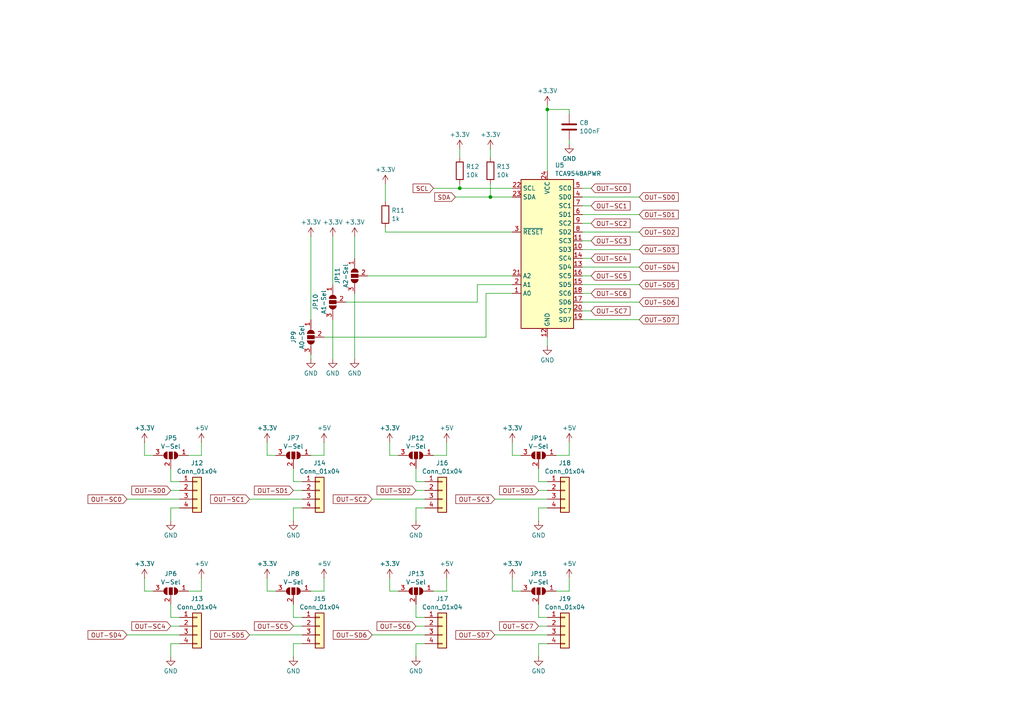
<source format=kicad_sch>
(kicad_sch (version 20231120) (generator "eeschema") (generator_version "8.0")
  (paper "A4")
  (lib_symbols
    (symbol "Connector_Generic:Conn_01x04" (pin_names (offset 1.016) hide)
      (property "Reference" "J" (at 0 5.08 0))
      (property "Value" "Conn_01x04" (at 0 -7.62 0))
      (symbol "Conn_01x04_1_1"
        (rectangle (start -1.27 -4.953) (end 0 -5.207) (stroke (width 0.1524)))
        (rectangle (start -1.27 -2.413) (end 0 -2.667) (stroke (width 0.1524)))
        (rectangle (start -1.27 0.127) (end 0 -0.127) (stroke (width 0.1524)))
        (rectangle (start -1.27 2.667) (end 0 2.413) (stroke (width 0.1524)))
        (rectangle (start -1.27 3.81) (end 1.27 -6.35) (stroke (width 0.254)) (fill (type background)))
        (pin passive line (at -5.08 2.54 0) (length 3.81) (name "Pin_1") (number "1"))
        (pin passive line (at -5.08 0 0) (length 3.81) (name "Pin_2") (number "2"))
        (pin passive line (at -5.08 -2.54 0) (length 3.81) (name "Pin_3") (number "3"))
        (pin passive line (at -5.08 -5.08 0) (length 3.81) (name "Pin_4") (number "4"))
      )
    )
    (symbol "Device:C" (pin_numbers hide) (pin_names (offset 0.254))
      (property "Reference" "C" (at 0.635 2.54 0))
      (property "Value" "C" (at 0.635 -2.54 0))
      (symbol "C_0_1"
        (polyline (pts (xy -2.032 -0.762) (xy 2.032 -0.762)) (stroke (width 0.508)))
        (polyline (pts (xy -2.032 0.762) (xy 2.032 0.762)) (stroke (width 0.508)))
      )
      (symbol "C_1_1"
        (pin passive line (at 0 3.81 270) (length 2.794) (name "~") (number "1"))
        (pin passive line (at 0 -3.81 90) (length 2.794) (name "~") (number "2"))
      )
    )
    (symbol "Device:R" (pin_numbers hide) (pin_names (offset 0))
      (property "Reference" "R" (at 2.032 0 90))
      (property "Value" "R" (at 0 0 90))
      (symbol "R_0_1"
        (rectangle (start -1.016 -2.54) (end 1.016 2.54) (stroke (width 0.254)))
      )
      (symbol "R_1_1"
        (pin passive line (at 0 3.81 270) (length 1.27) (name "~") (number "1"))
        (pin passive line (at 0 -3.81 90) (length 1.27) (name "~") (number "2"))
      )
    )
    (symbol "Interface_Expansion:TCA9548APWR"
      (property "Reference" "U" (at -7.62 21.59 0))
      (property "Value" "TCA9548APWR" (at 1.016 21.59 0))
      (symbol "TCA9548APWR_0_1"
        (rectangle (start -7.62 20.32) (end 7.62 -22.86) (stroke (width 0.254)) (fill (type background)))
      )
      (symbol "TCA9548APWR_1_1"
        (pin input line (at -10.16 -12.7 0) (length 2.54) (name "A0") (number "1"))
        (pin bidirectional line (at 10.16 0 180) (length 2.54) (name "SD3") (number "10"))
        (pin output line (at 10.16 2.54 180) (length 2.54) (name "SC3") (number "11"))
        (pin power_in line (at 0 -25.4 90) (length 2.54) (name "GND") (number "12"))
        (pin bidirectional line (at 10.16 -5.08 180) (length 2.54) (name "SD4") (number "13"))
        (pin output line (at 10.16 -2.54 180) (length 2.54) (name "SC4") (number "14"))
        (pin bidirectional line (at 10.16 -10.16 180) (length 2.54) (name "SD5") (number "15"))
        (pin output line (at 10.16 -7.62 180) (length 2.54) (name "SC5") (number "16"))
        (pin bidirectional line (at 10.16 -15.24 180) (length 2.54) (name "SD6") (number "17"))
        (pin output line (at 10.16 -12.7 180) (length 2.54) (name "SC6") (number "18"))
        (pin bidirectional line (at 10.16 -20.32 180) (length 2.54) (name "SD7") (number "19"))
        (pin input line (at -10.16 -10.16 0) (length 2.54) (name "A1") (number "2"))
        (pin output line (at 10.16 -17.78 180) (length 2.54) (name "SC7") (number "20"))
        (pin input line (at -10.16 -7.62 0) (length 2.54) (name "A2") (number "21"))
        (pin input line (at -10.16 17.78 0) (length 2.54) (name "SCL") (number "22"))
        (pin bidirectional line (at -10.16 15.24 0) (length 2.54) (name "SDA") (number "23"))
        (pin power_in line (at 0 22.86 270) (length 2.54) (name "VCC") (number "24"))
        (pin input line (at -10.16 5.08 0) (length 2.54) (name "~{RESET}") (number "3"))
        (pin bidirectional line (at 10.16 15.24 180) (length 2.54) (name "SD0") (number "4"))
        (pin output line (at 10.16 17.78 180) (length 2.54) (name "SC0") (number "5"))
        (pin bidirectional line (at 10.16 10.16 180) (length 2.54) (name "SD1") (number "6"))
        (pin output line (at 10.16 12.7 180) (length 2.54) (name "SC1") (number "7"))
        (pin bidirectional line (at 10.16 5.08 180) (length 2.54) (name "SD2") (number "8"))
        (pin output line (at 10.16 7.62 180) (length 2.54) (name "SC2") (number "9"))
      )
    )
    (symbol "Jumper:SolderJumper_3_Open" (pin_names (offset 0) hide) (exclude_from_sim yes) (in_bom no)
      (property "Reference" "JP" (at -2.54 -2.54 0))
      (property "Value" "SolderJumper_3_Open" (at 0 2.794 0))
      (symbol "SolderJumper_3_Open_0_1"
        (arc (start -1.016 1.016) (mid -2.0276 0) (end -1.016 -1.016))
        (arc (start -1.016 1.016) (mid -2.0276 0) (end -1.016 -1.016) (fill (type outline)))
        (rectangle (start -0.508 1.016) (end 0.508 -1.016) (fill (type outline)))
        (polyline (pts (xy -2.54 0) (xy -2.032 0)))
        (polyline (pts (xy -1.016 1.016) (xy -1.016 -1.016)))
        (polyline (pts (xy 0 -1.27) (xy 0 -1.016)))
        (polyline (pts (xy 1.016 1.016) (xy 1.016 -1.016)))
        (polyline (pts (xy 2.54 0) (xy 2.032 0)))
        (arc (start 1.016 -1.016) (mid 2.0276 0) (end 1.016 1.016))
        (arc (start 1.016 -1.016) (mid 2.0276 0) (end 1.016 1.016) (fill (type outline)))
      )
      (symbol "SolderJumper_3_Open_1_1"
        (pin passive line (at -5.08 0 0) (length 2.54) (name "A") (number "1"))
        (pin passive line (at 0 -3.81 90) (length 2.54) (name "C") (number "2"))
        (pin passive line (at 5.08 0 180) (length 2.54) (name "B") (number "3"))
      )
    )
    (symbol "power:+3.3V" (power) (pin_numbers hide) (pin_names (offset 0) hide)
      (property "Value" "+3.3V" (at 0 3.556 0))
      (symbol "+3.3V_0_1"
        (polyline (pts (xy -0.762 1.27) (xy 0 2.54)))
        (polyline (pts (xy 0 0) (xy 0 2.54)))
        (polyline (pts (xy 0 2.54) (xy 0.762 1.27)))
      )
      (symbol "+3.3V_1_1"
        (pin power_in line (at 0 0 90) (length 0) (name "~") (number "1"))
      )
    )
    (symbol "power:+5V" (power) (pin_numbers hide) (pin_names (offset 0) hide)
      (property "Value" "+5V" (at 0 3.556 0))
      (symbol "+5V_0_1"
        (polyline (pts (xy -0.762 1.27) (xy 0 2.54)))
        (polyline (pts (xy 0 0) (xy 0 2.54)))
        (polyline (pts (xy 0 2.54) (xy 0.762 1.27)))
      )
      (symbol "+5V_1_1"
        (pin power_in line (at 0 0 90) (length 0) (name "~") (number "1"))
      )
    )
    (symbol "power:GND" (power) (pin_numbers hide) (pin_names (offset 0) hide)
      (property "Value" "GND" (at 0 -3.81 0))
      (symbol "GND_0_1"
        (polyline (pts (xy 0 0) (xy 0 -1.27) (xy 1.27 -1.27) (xy 0 -2.54) (xy -1.27 -1.27) (xy 0 -1.27)))
      )
      (symbol "GND_1_1"
        (pin power_in line (at 0 0 270) (length 0) (name "~") (number "1"))
      )
    )
  )
  (junction (at 158.75 31.75))
  (junction (at 133.35 54.61))
  (junction (at 142.24 57.15))
  (wire (pts (xy 158.75 97.79) (xy 158.75 100.33)))
  (wire (pts (xy 133.35 43.18) (xy 133.35 45.72)))
  (wire (pts (xy 129.54 132.08) (xy 129.54 128.27)))
  (wire (pts (xy 125.73 54.61) (xy 133.35 54.61)))
  (wire (pts (xy 58.42 132.08) (xy 58.42 128.27)))
  (wire (pts (xy 140.97 97.79) (xy 93.98 97.79)))
  (wire (pts (xy 165.1 171.45) (xy 165.1 167.64)))
  (wire (pts (xy 120.65 142.24) (xy 123.19 142.24)))
  (wire (pts (xy 132.08 57.15) (xy 142.24 57.15)))
  (wire (pts (xy 85.09 179.07) (xy 87.63 179.07)))
  (wire (pts (xy 90.17 171.45) (xy 93.98 171.45)))
  (wire (pts (xy 120.65 139.7) (xy 123.19 139.7)))
  (wire (pts (xy 168.91 64.77) (xy 171.45 64.77)))
  (wire (pts (xy 158.75 31.75) (xy 158.75 49.53)))
  (wire (pts (xy 85.09 147.32) (xy 85.09 151.13)))
  (wire (pts (xy 168.91 69.85) (xy 171.45 69.85)))
  (wire (pts (xy 85.09 181.61) (xy 87.63 181.61)))
  (wire (pts (xy 168.91 62.23) (xy 185.42 62.23)))
  (wire (pts (xy 41.91 167.64) (xy 41.91 171.45)))
  (wire (pts (xy 107.95 144.78) (xy 123.19 144.78)))
  (wire (pts (xy 93.98 132.08) (xy 93.98 128.27)))
  (wire (pts (xy 156.21 175.26) (xy 156.21 179.07)))
  (wire (pts (xy 49.53 135.89) (xy 49.53 139.7)))
  (wire (pts (xy 168.91 80.01) (xy 171.45 80.01)))
  (wire (pts (xy 85.09 135.89) (xy 85.09 139.7)))
  (wire (pts (xy 165.1 40.64) (xy 165.1 41.91)))
  (wire (pts (xy 102.87 85.09) (xy 102.87 104.14)))
  (wire (pts (xy 87.63 186.69) (xy 85.09 186.69)))
  (wire (pts (xy 129.54 171.45) (xy 129.54 167.64)))
  (wire (pts (xy 41.91 171.45) (xy 44.45 171.45)))
  (wire (pts (xy 96.52 92.71) (xy 96.52 104.14)))
  (wire (pts (xy 142.24 43.18) (xy 142.24 45.72)))
  (wire (pts (xy 168.91 74.93) (xy 171.45 74.93)))
  (wire (pts (xy 168.91 72.39) (xy 185.42 72.39)))
  (wire (pts (xy 125.73 171.45) (xy 129.54 171.45)))
  (wire (pts (xy 36.83 184.15) (xy 52.07 184.15)))
  (wire (pts (xy 158.75 30.48) (xy 158.75 31.75)))
  (wire (pts (xy 156.21 179.07) (xy 158.75 179.07)))
  (wire (pts (xy 77.47 167.64) (xy 77.47 171.45)))
  (wire (pts (xy 148.59 82.55) (xy 138.43 82.55)))
  (wire (pts (xy 133.35 54.61) (xy 148.59 54.61)))
  (wire (pts (xy 41.91 132.08) (xy 44.45 132.08)))
  (wire (pts (xy 58.42 171.45) (xy 58.42 167.64)))
  (wire (pts (xy 52.07 186.69) (xy 49.53 186.69)))
  (wire (pts (xy 133.35 54.61) (xy 133.35 53.34)))
  (wire (pts (xy 148.59 167.64) (xy 148.59 171.45)))
  (wire (pts (xy 49.53 175.26) (xy 49.53 179.07)))
  (wire (pts (xy 156.21 147.32) (xy 156.21 151.13)))
  (wire (pts (xy 125.73 132.08) (xy 129.54 132.08)))
  (wire (pts (xy 156.21 135.89) (xy 156.21 139.7)))
  (wire (pts (xy 54.61 132.08) (xy 58.42 132.08)))
  (wire (pts (xy 90.17 68.58) (xy 90.17 92.71)))
  (wire (pts (xy 168.91 85.09) (xy 171.45 85.09)))
  (wire (pts (xy 41.91 128.27) (xy 41.91 132.08)))
  (wire (pts (xy 120.65 181.61) (xy 123.19 181.61)))
  (wire (pts (xy 161.29 132.08) (xy 165.1 132.08)))
  (wire (pts (xy 72.39 184.15) (xy 87.63 184.15)))
  (wire (pts (xy 158.75 147.32) (xy 156.21 147.32)))
  (wire (pts (xy 77.47 171.45) (xy 80.01 171.45)))
  (wire (pts (xy 96.52 68.58) (xy 96.52 82.55)))
  (wire (pts (xy 168.91 59.69) (xy 171.45 59.69)))
  (wire (pts (xy 85.09 139.7) (xy 87.63 139.7)))
  (wire (pts (xy 138.43 82.55) (xy 138.43 87.63)))
  (wire (pts (xy 49.53 186.69) (xy 49.53 190.5)))
  (wire (pts (xy 123.19 147.32) (xy 120.65 147.32)))
  (wire (pts (xy 143.51 184.15) (xy 158.75 184.15)))
  (wire (pts (xy 111.76 67.31) (xy 111.76 66.04)))
  (wire (pts (xy 113.03 171.45) (xy 115.57 171.45)))
  (wire (pts (xy 120.65 186.69) (xy 120.65 190.5)))
  (wire (pts (xy 102.87 68.58) (xy 102.87 74.93)))
  (wire (pts (xy 113.03 167.64) (xy 113.03 171.45)))
  (wire (pts (xy 123.19 186.69) (xy 120.65 186.69)))
  (wire (pts (xy 158.75 31.75) (xy 165.1 31.75)))
  (wire (pts (xy 142.24 57.15) (xy 142.24 53.34)))
  (wire (pts (xy 168.91 67.31) (xy 185.42 67.31)))
  (wire (pts (xy 143.51 144.78) (xy 158.75 144.78)))
  (wire (pts (xy 107.95 184.15) (xy 123.19 184.15)))
  (wire (pts (xy 120.65 147.32) (xy 120.65 151.13)))
  (wire (pts (xy 168.91 54.61) (xy 171.45 54.61)))
  (wire (pts (xy 120.65 175.26) (xy 120.65 179.07)))
  (wire (pts (xy 52.07 147.32) (xy 49.53 147.32)))
  (wire (pts (xy 77.47 128.27) (xy 77.47 132.08)))
  (wire (pts (xy 168.91 77.47) (xy 185.42 77.47)))
  (wire (pts (xy 85.09 175.26) (xy 85.09 179.07)))
  (wire (pts (xy 120.65 179.07) (xy 123.19 179.07)))
  (wire (pts (xy 148.59 132.08) (xy 151.13 132.08)))
  (wire (pts (xy 49.53 179.07) (xy 52.07 179.07)))
  (wire (pts (xy 111.76 53.34) (xy 111.76 58.42)))
  (wire (pts (xy 49.53 142.24) (xy 52.07 142.24)))
  (wire (pts (xy 156.21 139.7) (xy 158.75 139.7)))
  (wire (pts (xy 165.1 132.08) (xy 165.1 128.27)))
  (wire (pts (xy 148.59 128.27) (xy 148.59 132.08)))
  (wire (pts (xy 113.03 132.08) (xy 115.57 132.08)))
  (wire (pts (xy 148.59 171.45) (xy 151.13 171.45)))
  (wire (pts (xy 168.91 90.17) (xy 171.45 90.17)))
  (wire (pts (xy 156.21 142.24) (xy 158.75 142.24)))
  (wire (pts (xy 49.53 139.7) (xy 52.07 139.7)))
  (wire (pts (xy 165.1 33.02) (xy 165.1 31.75)))
  (wire (pts (xy 106.68 80.01) (xy 148.59 80.01)))
  (wire (pts (xy 85.09 142.24) (xy 87.63 142.24)))
  (wire (pts (xy 49.53 147.32) (xy 49.53 151.13)))
  (wire (pts (xy 140.97 85.09) (xy 140.97 97.79)))
  (wire (pts (xy 158.75 186.69) (xy 156.21 186.69)))
  (wire (pts (xy 100.33 87.63) (xy 138.43 87.63)))
  (wire (pts (xy 168.91 57.15) (xy 185.42 57.15)))
  (wire (pts (xy 168.91 92.71) (xy 185.42 92.71)))
  (wire (pts (xy 93.98 171.45) (xy 93.98 167.64)))
  (wire (pts (xy 120.65 135.89) (xy 120.65 139.7)))
  (wire (pts (xy 72.39 144.78) (xy 87.63 144.78)))
  (wire (pts (xy 148.59 67.31) (xy 111.76 67.31)))
  (wire (pts (xy 85.09 186.69) (xy 85.09 190.5)))
  (wire (pts (xy 156.21 181.61) (xy 158.75 181.61)))
  (wire (pts (xy 90.17 102.87) (xy 90.17 104.14)))
  (wire (pts (xy 36.83 144.78) (xy 52.07 144.78)))
  (wire (pts (xy 142.24 57.15) (xy 148.59 57.15)))
  (wire (pts (xy 168.91 87.63) (xy 185.42 87.63)))
  (wire (pts (xy 54.61 171.45) (xy 58.42 171.45)))
  (wire (pts (xy 77.47 132.08) (xy 80.01 132.08)))
  (wire (pts (xy 161.29 171.45) (xy 165.1 171.45)))
  (wire (pts (xy 156.21 186.69) (xy 156.21 190.5)))
  (wire (pts (xy 148.59 85.09) (xy 140.97 85.09)))
  (wire (pts (xy 168.91 82.55) (xy 185.42 82.55)))
  (wire (pts (xy 90.17 132.08) (xy 93.98 132.08)))
  (wire (pts (xy 87.63 147.32) (xy 85.09 147.32)))
  (wire (pts (xy 49.53 181.61) (xy 52.07 181.61)))
  (wire (pts (xy 113.03 128.27) (xy 113.03 132.08)))
  (global_label "SDA" (shape input) (at 132.08 57.15 180) (property "Intersheetrefs" "${INTERSHEET_REFS}" (effects (hide yes))))
  (global_label "OUT-SD0" (shape input) (at 185.42 57.15 0) (property "Intersheetrefs" "${INTERSHEET_REFS}" (effects (hide yes))))
  (global_label "OUT-SC3" (shape input) (at 171.45 69.85 0) (property "Intersheetrefs" "${INTERSHEET_REFS}" (effects (hide yes))))
  (global_label "OUT-SD7" (shape input) (at 143.51 184.15 180) (property "Intersheetrefs" "${INTERSHEET_REFS}" (effects (hide yes))))
  (global_label "OUT-SC5" (shape input) (at 85.09 181.61 180) (property "Intersheetrefs" "${INTERSHEET_REFS}" (effects (hide yes))))
  (global_label "OUT-SC3" (shape input) (at 143.51 144.78 180) (property "Intersheetrefs" "${INTERSHEET_REFS}" (effects (hide yes))))
  (global_label "OUT-SD6" (shape input) (at 185.42 87.63 0) (property "Intersheetrefs" "${INTERSHEET_REFS}" (effects (hide yes))))
  (global_label "OUT-SC7" (shape input) (at 171.45 90.17 0) (property "Intersheetrefs" "${INTERSHEET_REFS}" (effects (hide yes))))
  (global_label "OUT-SC2" (shape input) (at 107.95 144.78 180) (property "Intersheetrefs" "${INTERSHEET_REFS}" (effects (hide yes))))
  (global_label "OUT-SC4" (shape input) (at 49.53 181.61 180) (property "Intersheetrefs" "${INTERSHEET_REFS}" (effects (hide yes))))
  (global_label "OUT-SD5" (shape input) (at 185.42 82.55 0) (property "Intersheetrefs" "${INTERSHEET_REFS}" (effects (hide yes))))
  (global_label "OUT-SC0" (shape input) (at 171.45 54.61 0) (property "Intersheetrefs" "${INTERSHEET_REFS}" (effects (hide yes))))
  (global_label "OUT-SD1" (shape input) (at 85.09 142.24 180) (property "Intersheetrefs" "${INTERSHEET_REFS}" (effects (hide yes))))
  (global_label "OUT-SC4" (shape input) (at 171.45 74.93 0) (property "Intersheetrefs" "${INTERSHEET_REFS}" (effects (hide yes))))
  (global_label "OUT-SC7" (shape input) (at 156.21 181.61 180) (property "Intersheetrefs" "${INTERSHEET_REFS}" (effects (hide yes))))
  (global_label "OUT-SD2" (shape input) (at 185.42 67.31 0) (property "Intersheetrefs" "${INTERSHEET_REFS}" (effects (hide yes))))
  (global_label "OUT-SC5" (shape input) (at 171.45 80.01 0) (property "Intersheetrefs" "${INTERSHEET_REFS}" (effects (hide yes))))
  (global_label "OUT-SD2" (shape input) (at 120.65 142.24 180) (property "Intersheetrefs" "${INTERSHEET_REFS}" (effects (hide yes))))
  (global_label "OUT-SC2" (shape input) (at 171.45 64.77 0) (property "Intersheetrefs" "${INTERSHEET_REFS}" (effects (hide yes))))
  (global_label "OUT-SD4" (shape input) (at 36.83 184.15 180) (property "Intersheetrefs" "${INTERSHEET_REFS}" (effects (hide yes))))
  (global_label "OUT-SD6" (shape input) (at 107.95 184.15 180) (property "Intersheetrefs" "${INTERSHEET_REFS}" (effects (hide yes))))
  (global_label "OUT-SD3" (shape input) (at 156.21 142.24 180) (property "Intersheetrefs" "${INTERSHEET_REFS}" (effects (hide yes))))
  (global_label "OUT-SC6" (shape input) (at 120.65 181.61 180) (property "Intersheetrefs" "${INTERSHEET_REFS}" (effects (hide yes))))
  (global_label "OUT-SC6" (shape input) (at 171.45 85.09 0) (property "Intersheetrefs" "${INTERSHEET_REFS}" (effects (hide yes))))
  (global_label "OUT-SD4" (shape input) (at 185.42 77.47 0) (property "Intersheetrefs" "${INTERSHEET_REFS}" (effects (hide yes))))
  (global_label "SCL" (shape input) (at 125.73 54.61 180) (property "Intersheetrefs" "${INTERSHEET_REFS}" (effects (hide yes))))
  (global_label "OUT-SD1" (shape input) (at 185.42 62.23 0) (property "Intersheetrefs" "${INTERSHEET_REFS}" (effects (hide yes))))
  (global_label "OUT-SD3" (shape input) (at 185.42 72.39 0) (property "Intersheetrefs" "${INTERSHEET_REFS}" (effects (hide yes))))
  (global_label "OUT-SD5" (shape input) (at 72.39 184.15 180) (property "Intersheetrefs" "${INTERSHEET_REFS}" (effects (hide yes))))
  (global_label "OUT-SC1" (shape input) (at 171.45 59.69 0) (property "Intersheetrefs" "${INTERSHEET_REFS}" (effects (hide yes))))
  (global_label "OUT-SD0" (shape input) (at 49.53 142.24 180) (property "Intersheetrefs" "${INTERSHEET_REFS}" (effects (hide yes))))
  (global_label "OUT-SC1" (shape input) (at 72.39 144.78 180) (property "Intersheetrefs" "${INTERSHEET_REFS}" (effects (hide yes))))
  (global_label "OUT-SC0" (shape input) (at 36.83 144.78 180) (property "Intersheetrefs" "${INTERSHEET_REFS}" (effects (hide yes))))
  (global_label "OUT-SD7" (shape input) (at 185.42 92.71 0) (property "Intersheetrefs" "${INTERSHEET_REFS}" (effects (hide yes))))
  (symbol (lib_id "power:GND") (at 158.75 100.33 0) (unit 1)
    (property "Reference" "#PWR076" (effects (hide yes)))
    (property "Value" "GND" (at 158.75 104.4631 0))
    (property "Description" "Power symbol creates a global label with name \"GND\" , ground" (effects (hide yes)))
  )
  (symbol (lib_id "Device:C") (at 165.1 36.83 0) (unit 1)
    (property "Reference" "C8" (at 168.021 35.6178 0) (effects (justify left)))
    (property "Value" "100nF" (at 168.021 38.0421 0) (effects (justify left)))
    (property "Footprint" "Capacitor_SMD:C_0603_1608Metric_Pad1.08x0.95mm_HandSolder" (effects (hide yes)))
    (property "Description" "Unpolarized capacitor" (effects (hide yes)))
  )
  (symbol (lib_id "Connector_Generic:Conn_01x04") (at 163.83 181.61 0) (unit 1)
    (property "Reference" "J19" (at 163.83 173.6555 0))
    (property "Value" "Conn_01x04" (at 163.83 176.0798 0))
    (property "Footprint" "Connector_PinHeader_2.54mm:PinHeader_1x04_P2.54mm_Vertical" (effects (hide yes)))
    (property "Description" "Generic connector, single row, 01x04, script generated (kicad-library-utils/schlib/autogen/connector/)" (effects (hide yes)))
  )
  (symbol (lib_id "Interface_Expansion:TCA9548APWR") (at 158.75 72.39 0) (unit 1)
    (property "Reference" "U5" (at 160.9441 47.9255 0) (effects (justify left)))
    (property "Value" "TCA9548APWR" (at 160.9441 50.3498 0) (effects (justify left)))
    (property "Footprint" "Package_SO:TSSOP-24_4.4x7.8mm_P0.65mm" (effects (hide yes)))
    (property "Datasheet" "http://www.ti.com/lit/ds/symlink/tca9548a.pdf" (effects (hide yes)))
    (property "Description" "Low voltage 8-channel I2C switch with reset, TSSOP-24" (effects (hide yes)))
  )
  (symbol (lib_id "Device:R") (at 142.24 49.53 0) (unit 1)
    (property "Reference" "R13" (at 144.018 48.3178 0) (effects (justify left)))
    (property "Value" "10k" (at 144.018 50.7421 0) (effects (justify left)))
    (property "Footprint" "Resistor_SMD:R_0603_1608Metric_Pad0.98x0.95mm_HandSolder" (effects (hide yes)))
    (property "Description" "Resistor" (effects (hide yes)))
  )
  (symbol (lib_id "Jumper:SolderJumper_3_Open") (at 102.87 80.01 90) (mirror x) (unit 1) (exclude_from_sim yes) (in_bom no)
    (property "Reference" "JP11" (at 97.8365 80.01 0))
    (property "Value" "A2-Sel" (at 100.2608 80.01 0))
    (property "Footprint" "Jumper:SolderJumper-3_P1.3mm_Open_RoundedPad1.0x1.5mm_NumberLabels" (effects (hide yes)))
    (property "Description" "Solder Jumper, 3-pole, open" (effects (hide yes)))
  )
  (symbol (lib_id "Device:R") (at 133.35 49.53 0) (unit 1)
    (property "Reference" "R12" (at 135.128 48.3178 0) (effects (justify left)))
    (property "Value" "10k" (at 135.128 50.7421 0) (effects (justify left)))
    (property "Footprint" "Resistor_SMD:R_0603_1608Metric_Pad0.98x0.95mm_HandSolder" (effects (hide yes)))
    (property "Description" "Resistor" (effects (hide yes)))
  )
  (symbol (lib_id "Jumper:SolderJumper_3_Open") (at 49.53 171.45 0) (mirror y) (unit 1) (exclude_from_sim yes) (in_bom no)
    (property "Reference" "JP6" (at 49.53 166.4165 0))
    (property "Value" "V-Sel" (at 49.53 168.8408 0))
    (property "Footprint" "Jumper:SolderJumper-3_P1.3mm_Open_RoundedPad1.0x1.5mm_NumberLabels" (effects (hide yes)))
    (property "Description" "Solder Jumper, 3-pole, open" (effects (hide yes)))
  )
  (symbol (lib_id "power:+5V") (at 129.54 167.64 0) (unit 1)
    (property "Reference" "#PWR070" (effects (hide yes)))
    (property "Value" "+5V" (at 129.54 163.5069 0))
    (property "Description" "Power symbol creates a global label with name \"+5V\"" (effects (hide yes)))
  )
  (symbol (lib_id "Jumper:SolderJumper_3_Open") (at 96.52 87.63 90) (mirror x) (unit 1) (exclude_from_sim yes) (in_bom no)
    (property "Reference" "JP10" (at 91.4865 87.63 0))
    (property "Value" "A1-Sel" (at 93.9108 87.63 0))
    (property "Footprint" "Jumper:SolderJumper-3_P1.3mm_Open_RoundedPad1.0x1.5mm_NumberLabels" (effects (hide yes)))
    (property "Description" "Solder Jumper, 3-pole, open" (effects (hide yes)))
  )
  (symbol (lib_id "power:GND") (at 165.1 41.91 0) (unit 1)
    (property "Reference" "#PWR077" (effects (hide yes)))
    (property "Value" "GND" (at 165.1 46.0431 0))
    (property "Description" "Power symbol creates a global label with name \"GND\" , ground" (effects (hide yes)))
  )
  (symbol (lib_id "power:+3.3V") (at 77.47 128.27 0) (unit 1)
    (property "Reference" "#PWR052" (effects (hide yes)))
    (property "Value" "+3.3V" (at 77.47 124.1369 0))
    (property "Description" "Power symbol creates a global label with name \"+3.3V\"" (effects (hide yes)))
  )
  (symbol (lib_id "power:GND") (at 96.52 104.14 0) (unit 1)
    (property "Reference" "#PWR063" (effects (hide yes)))
    (property "Value" "GND" (at 96.52 108.2731 0))
    (property "Description" "Power symbol creates a global label with name \"GND\" , ground" (effects (hide yes)))
  )
  (symbol (lib_id "power:+5V") (at 58.42 128.27 0) (unit 1)
    (property "Reference" "#PWR050" (effects (hide yes)))
    (property "Value" "+5V" (at 58.42 124.1369 0))
    (property "Description" "Power symbol creates a global label with name \"+5V\"" (effects (hide yes)))
  )
  (symbol (lib_id "power:+3.3V") (at 148.59 128.27 0) (unit 1)
    (property "Reference" "#PWR071" (effects (hide yes)))
    (property "Value" "+3.3V" (at 148.59 124.1369 0))
    (property "Description" "Power symbol creates a global label with name \"+3.3V\"" (effects (hide yes)))
  )
  (symbol (lib_id "power:GND") (at 120.65 190.5 0) (unit 1)
    (property "Reference" "#PWR067" (effects (hide yes)))
    (property "Value" "GND" (at 120.65 194.6331 0))
    (property "Description" "Power symbol creates a global label with name \"GND\" , ground" (effects (hide yes)))
  )
  (symbol (lib_id "power:+5V") (at 165.1 167.64 0) (unit 1)
    (property "Reference" "#PWR079" (effects (hide yes)))
    (property "Value" "+5V" (at 165.1 163.5069 0))
    (property "Description" "Power symbol creates a global label with name \"+5V\"" (effects (hide yes)))
  )
  (symbol (lib_id "power:GND") (at 156.21 190.5 0) (unit 1)
    (property "Reference" "#PWR074" (effects (hide yes)))
    (property "Value" "GND" (at 156.21 194.6331 0))
    (property "Description" "Power symbol creates a global label with name \"GND\" , ground" (effects (hide yes)))
  )
  (symbol (lib_id "Connector_Generic:Conn_01x04") (at 57.15 142.24 0) (unit 1)
    (property "Reference" "J12" (at 57.15 134.2855 0))
    (property "Value" "Conn_01x04" (at 57.15 136.7098 0))
    (property "Footprint" "spta:SPTA-1-4-3,5" (effects (hide yes)))
    (property "Description" "Generic connector, single row, 01x04, script generated (kicad-library-utils/schlib/autogen/connector/)" (effects (hide yes)))
  )
  (symbol (lib_id "power:+3.3V") (at 158.75 30.48 0) (unit 1)
    (property "Reference" "#PWR075" (effects (hide yes)))
    (property "Value" "+3.3V" (at 158.75 26.3469 0))
    (property "Description" "Power symbol creates a global label with name \"+3.3V\"" (effects (hide yes)))
  )
  (symbol (lib_id "power:+5V") (at 165.1 128.27 0) (unit 1)
    (property "Reference" "#PWR078" (effects (hide yes)))
    (property "Value" "+5V" (at 165.1 124.1369 0))
    (property "Description" "Power symbol creates a global label with name \"+5V\"" (effects (hide yes)))
  )
  (symbol (lib_id "power:+3.3V") (at 148.59 167.64 0) (unit 1)
    (property "Reference" "#PWR072" (effects (hide yes)))
    (property "Value" "+3.3V" (at 148.59 163.5069 0))
    (property "Description" "Power symbol creates a global label with name \"+3.3V\"" (effects (hide yes)))
  )
  (symbol (lib_id "power:GND") (at 120.65 151.13 0) (unit 1)
    (property "Reference" "#PWR066" (effects (hide yes)))
    (property "Value" "GND" (at 120.65 155.2631 0))
    (property "Description" "Power symbol creates a global label with name \"GND\" , ground" (effects (hide yes)))
  )
  (symbol (lib_id "power:GND") (at 49.53 190.5 0) (unit 1)
    (property "Reference" "#PWR049" (effects (hide yes)))
    (property "Value" "GND" (at 49.53 194.6331 0))
    (property "Description" "Power symbol creates a global label with name \"GND\" , ground" (effects (hide yes)))
  )
  (symbol (lib_id "Device:R") (at 111.76 62.23 0) (unit 1)
    (property "Reference" "R11" (at 113.538 61.0178 0) (effects (justify left)))
    (property "Value" "1k" (at 113.538 63.4421 0) (effects (justify left)))
    (property "Footprint" "Resistor_SMD:R_0603_1608Metric_Pad0.98x0.95mm_HandSolder" (effects (hide yes)))
    (property "Description" "Resistor" (effects (hide yes)))
  )
  (symbol (lib_id "power:+3.3V") (at 41.91 167.64 0) (unit 1)
    (property "Reference" "#PWR047" (effects (hide yes)))
    (property "Value" "+3.3V" (at 41.91 163.5069 0))
    (property "Description" "Power symbol creates a global label with name \"+3.3V\"" (effects (hide yes)))
  )
  (symbol (lib_id "power:+3.3V") (at 113.03 167.64 0) (unit 1)
    (property "Reference" "#PWR061" (effects (hide yes)))
    (property "Value" "+3.3V" (at 113.03 163.5069 0))
    (property "Description" "Power symbol creates a global label with name \"+3.3V\"" (effects (hide yes)))
  )
  (symbol (lib_id "Jumper:SolderJumper_3_Open") (at 90.17 97.79 90) (mirror x) (unit 1) (exclude_from_sim yes) (in_bom no)
    (property "Reference" "JP9" (at 85.1365 97.79 0))
    (property "Value" "A0-Sel" (at 87.5608 97.79 0))
    (property "Footprint" "Jumper:SolderJumper-3_P1.3mm_Open_RoundedPad1.0x1.5mm_NumberLabels" (effects (hide yes)))
    (property "Description" "Solder Jumper, 3-pole, open" (effects (hide yes)))
  )
  (symbol (lib_id "power:GND") (at 85.09 190.5 0) (unit 1)
    (property "Reference" "#PWR055" (effects (hide yes)))
    (property "Value" "GND" (at 85.09 194.6331 0))
    (property "Description" "Power symbol creates a global label with name \"GND\" , ground" (effects (hide yes)))
  )
  (symbol (lib_id "power:+3.3V") (at 133.35 43.18 0) (unit 1)
    (property "Reference" "#PWR080" (effects (hide yes)))
    (property "Value" "+3.3V" (at 133.35 39.0469 0))
    (property "Description" "Power symbol creates a global label with name \"+3.3V\"" (effects (hide yes)))
  )
  (symbol (lib_id "Connector_Generic:Conn_01x04") (at 128.27 181.61 0) (unit 1)
    (property "Reference" "J17" (at 128.27 173.6555 0))
    (property "Value" "Conn_01x04" (at 128.27 176.0798 0))
    (property "Footprint" "Connector_PinHeader_2.54mm:PinHeader_1x04_P2.54mm_Vertical" (effects (hide yes)))
    (property "Description" "Generic connector, single row, 01x04, script generated (kicad-library-utils/schlib/autogen/connector/)" (effects (hide yes)))
  )
  (symbol (lib_id "power:+3.3V") (at 102.87 68.58 0) (unit 1)
    (property "Reference" "#PWR064" (effects (hide yes)))
    (property "Value" "+3.3V" (at 102.87 64.4469 0))
    (property "Description" "Power symbol creates a global label with name \"+3.3V\"" (effects (hide yes)))
  )
  (symbol (lib_id "power:+5V") (at 93.98 128.27 0) (unit 1)
    (property "Reference" "#PWR056" (effects (hide yes)))
    (property "Value" "+5V" (at 93.98 124.1369 0))
    (property "Description" "Power symbol creates a global label with name \"+5V\"" (effects (hide yes)))
  )
  (symbol (lib_id "Jumper:SolderJumper_3_Open") (at 85.09 171.45 0) (mirror y) (unit 1) (exclude_from_sim yes) (in_bom no)
    (property "Reference" "JP8" (at 85.09 166.4165 0))
    (property "Value" "V-Sel" (at 85.09 168.8408 0))
    (property "Footprint" "Jumper:SolderJumper-3_P1.3mm_Open_RoundedPad1.0x1.5mm_NumberLabels" (effects (hide yes)))
    (property "Description" "Solder Jumper, 3-pole, open" (effects (hide yes)))
  )
  (symbol (lib_id "Connector_Generic:Conn_01x04") (at 57.15 181.61 0) (unit 1)
    (property "Reference" "J13" (at 57.15 173.6555 0))
    (property "Value" "Conn_01x04" (at 57.15 176.0798 0))
    (property "Footprint" "Connector_PinHeader_2.54mm:PinHeader_1x04_P2.54mm_Vertical" (effects (hide yes)))
    (property "Description" "Generic connector, single row, 01x04, script generated (kicad-library-utils/schlib/autogen/connector/)" (effects (hide yes)))
  )
  (symbol (lib_id "power:GND") (at 49.53 151.13 0) (unit 1)
    (property "Reference" "#PWR048" (effects (hide yes)))
    (property "Value" "GND" (at 49.53 155.2631 0))
    (property "Description" "Power symbol creates a global label with name \"GND\" , ground" (effects (hide yes)))
  )
  (symbol (lib_id "Jumper:SolderJumper_3_Open") (at 120.65 171.45 0) (mirror y) (unit 1) (exclude_from_sim yes) (in_bom no)
    (property "Reference" "JP13" (at 120.65 166.4165 0))
    (property "Value" "V-Sel" (at 120.65 168.8408 0))
    (property "Footprint" "Jumper:SolderJumper-3_P1.3mm_Open_RoundedPad1.0x1.5mm_NumberLabels" (effects (hide yes)))
    (property "Description" "Solder Jumper, 3-pole, open" (effects (hide yes)))
  )
  (symbol (lib_id "power:+3.3V") (at 90.17 68.58 0) (unit 1)
    (property "Reference" "#PWR058" (effects (hide yes)))
    (property "Value" "+3.3V" (at 90.17 64.4469 0))
    (property "Description" "Power symbol creates a global label with name \"+3.3V\"" (effects (hide yes)))
  )
  (symbol (lib_id "power:+3.3V") (at 77.47 167.64 0) (unit 1)
    (property "Reference" "#PWR053" (effects (hide yes)))
    (property "Value" "+3.3V" (at 77.47 163.5069 0))
    (property "Description" "Power symbol creates a global label with name \"+3.3V\"" (effects (hide yes)))
  )
  (symbol (lib_id "power:+5V") (at 58.42 167.64 0) (unit 1)
    (property "Reference" "#PWR051" (effects (hide yes)))
    (property "Value" "+5V" (at 58.42 163.5069 0))
    (property "Description" "Power symbol creates a global label with name \"+5V\"" (effects (hide yes)))
  )
  (symbol (lib_id "Connector_Generic:Conn_01x04") (at 92.71 181.61 0) (unit 1)
    (property "Reference" "J15" (at 92.71 173.6555 0))
    (property "Value" "Conn_01x04" (at 92.71 176.0798 0))
    (property "Footprint" "Connector_PinHeader_2.54mm:PinHeader_1x04_P2.54mm_Vertical" (effects (hide yes)))
    (property "Description" "Generic connector, single row, 01x04, script generated (kicad-library-utils/schlib/autogen/connector/)" (effects (hide yes)))
  )
  (symbol (lib_id "power:GND") (at 156.21 151.13 0) (unit 1)
    (property "Reference" "#PWR073" (effects (hide yes)))
    (property "Value" "GND" (at 156.21 155.2631 0))
    (property "Description" "Power symbol creates a global label with name \"GND\" , ground" (effects (hide yes)))
  )
  (symbol (lib_id "power:GND") (at 85.09 151.13 0) (unit 1)
    (property "Reference" "#PWR054" (effects (hide yes)))
    (property "Value" "GND" (at 85.09 155.2631 0))
    (property "Description" "Power symbol creates a global label with name \"GND\" , ground" (effects (hide yes)))
  )
  (symbol (lib_id "power:+3.3V") (at 96.52 68.58 0) (unit 1)
    (property "Reference" "#PWR062" (effects (hide yes)))
    (property "Value" "+3.3V" (at 96.52 64.4469 0))
    (property "Description" "Power symbol creates a global label with name \"+3.3V\"" (effects (hide yes)))
  )
  (symbol (lib_id "power:+3.3V") (at 111.76 53.34 0) (unit 1)
    (property "Reference" "#PWR068" (effects (hide yes)))
    (property "Value" "+3.3V" (at 111.76 49.2069 0))
    (property "Description" "Power symbol creates a global label with name \"+3.3V\"" (effects (hide yes)))
  )
  (symbol (lib_id "power:+5V") (at 93.98 167.64 0) (unit 1)
    (property "Reference" "#PWR057" (effects (hide yes)))
    (property "Value" "+5V" (at 93.98 163.5069 0))
    (property "Description" "Power symbol creates a global label with name \"+5V\"" (effects (hide yes)))
  )
  (symbol (lib_id "Connector_Generic:Conn_01x04") (at 163.83 142.24 0) (unit 1)
    (property "Reference" "J18" (at 163.83 134.2855 0))
    (property "Value" "Conn_01x04" (at 163.83 136.7098 0))
    (property "Footprint" "spta:SPTA-1-4-3,5" (effects (hide yes)))
    (property "Description" "Generic connector, single row, 01x04, script generated (kicad-library-utils/schlib/autogen/connector/)" (effects (hide yes)))
  )
  (symbol (lib_id "power:GND") (at 102.87 104.14 0) (unit 1)
    (property "Reference" "#PWR065" (effects (hide yes)))
    (property "Value" "GND" (at 102.87 108.2731 0))
    (property "Description" "Power symbol creates a global label with name \"GND\" , ground" (effects (hide yes)))
  )
  (symbol (lib_id "power:GND") (at 90.17 104.14 0) (unit 1)
    (property "Reference" "#PWR059" (effects (hide yes)))
    (property "Value" "GND" (at 90.17 108.2731 0))
    (property "Description" "Power symbol creates a global label with name \"GND\" , ground" (effects (hide yes)))
  )
  (symbol (lib_id "Jumper:SolderJumper_3_Open") (at 120.65 132.08 0) (mirror y) (unit 1) (exclude_from_sim yes) (in_bom no)
    (property "Reference" "JP12" (at 120.65 127.0465 0))
    (property "Value" "V-Sel" (at 120.65 129.4708 0))
    (property "Footprint" "Jumper:SolderJumper-3_P1.3mm_Open_RoundedPad1.0x1.5mm_NumberLabels" (effects (hide yes)))
    (property "Description" "Solder Jumper, 3-pole, open" (effects (hide yes)))
  )
  (symbol (lib_id "Jumper:SolderJumper_3_Open") (at 49.53 132.08 0) (mirror y) (unit 1) (exclude_from_sim yes) (in_bom no)
    (property "Reference" "JP5" (at 49.53 127.0465 0))
    (property "Value" "V-Sel" (at 49.53 129.4708 0))
    (property "Footprint" "Jumper:SolderJumper-3_P1.3mm_Open_RoundedPad1.0x1.5mm_NumberLabels" (effects (hide yes)))
    (property "Description" "Solder Jumper, 3-pole, open" (effects (hide yes)))
  )
  (symbol (lib_id "power:+3.3V") (at 113.03 128.27 0) (unit 1)
    (property "Reference" "#PWR060" (effects (hide yes)))
    (property "Value" "+3.3V" (at 113.03 124.1369 0))
    (property "Description" "Power symbol creates a global label with name \"+3.3V\"" (effects (hide yes)))
  )
  (symbol (lib_id "power:+3.3V") (at 142.24 43.18 0) (unit 1)
    (property "Reference" "#PWR081" (effects (hide yes)))
    (property "Value" "+3.3V" (at 142.24 39.0469 0))
    (property "Description" "Power symbol creates a global label with name \"+3.3V\"" (effects (hide yes)))
  )
  (symbol (lib_id "Jumper:SolderJumper_3_Open") (at 156.21 171.45 0) (mirror y) (unit 1) (exclude_from_sim yes) (in_bom no)
    (property "Reference" "JP15" (at 156.21 166.4165 0))
    (property "Value" "V-Sel" (at 156.21 168.8408 0))
    (property "Footprint" "Jumper:SolderJumper-3_P1.3mm_Open_RoundedPad1.0x1.5mm_NumberLabels" (effects (hide yes)))
    (property "Description" "Solder Jumper, 3-pole, open" (effects (hide yes)))
  )
  (symbol (lib_id "power:+3.3V") (at 41.91 128.27 0) (unit 1)
    (property "Reference" "#PWR046" (effects (hide yes)))
    (property "Value" "+3.3V" (at 41.91 124.1369 0))
    (property "Description" "Power symbol creates a global label with name \"+3.3V\"" (effects (hide yes)))
  )
  (symbol (lib_id "Jumper:SolderJumper_3_Open") (at 156.21 132.08 0) (mirror y) (unit 1) (exclude_from_sim yes) (in_bom no)
    (property "Reference" "JP14" (at 156.21 127.0465 0))
    (property "Value" "V-Sel" (at 156.21 129.4708 0))
    (property "Footprint" "Jumper:SolderJumper-3_P1.3mm_Open_RoundedPad1.0x1.5mm_NumberLabels" (effects (hide yes)))
    (property "Description" "Solder Jumper, 3-pole, open" (effects (hide yes)))
  )
  (symbol (lib_id "Jumper:SolderJumper_3_Open") (at 85.09 132.08 0) (mirror y) (unit 1) (exclude_from_sim yes) (in_bom no)
    (property "Reference" "JP7" (at 85.09 127.0465 0))
    (property "Value" "V-Sel" (at 85.09 129.4708 0))
    (property "Footprint" "Jumper:SolderJumper-3_P1.3mm_Open_RoundedPad1.0x1.5mm_NumberLabels" (effects (hide yes)))
    (property "Description" "Solder Jumper, 3-pole, open" (effects (hide yes)))
  )
  (symbol (lib_id "Connector_Generic:Conn_01x04") (at 92.71 142.24 0) (unit 1)
    (property "Reference" "J14" (at 92.71 134.2855 0))
    (property "Value" "Conn_01x04" (at 92.71 136.7098 0))
    (property "Footprint" "spta:SPTA-1-4-3,5" (effects (hide yes)))
    (property "Description" "Generic connector, single row, 01x04, script generated (kicad-library-utils/schlib/autogen/connector/)" (effects (hide yes)))
  )
  (symbol (lib_id "Connector_Generic:Conn_01x04") (at 128.27 142.24 0) (unit 1)
    (property "Reference" "J16" (at 128.27 134.2855 0))
    (property "Value" "Conn_01x04" (at 128.27 136.7098 0))
    (property "Footprint" "spta:SPTA-1-4-3,5" (effects (hide yes)))
    (property "Description" "Generic connector, single row, 01x04, script generated (kicad-library-utils/schlib/autogen/connector/)" (effects (hide yes)))
  )
  (symbol (lib_id "power:+5V") (at 129.54 128.27 0) (unit 1)
    (property "Reference" "#PWR069" (effects (hide yes)))
    (property "Value" "+5V" (at 129.54 124.1369 0))
    (property "Description" "Power symbol creates a global label with name \"+5V\"" (effects (hide yes)))
  )
)
</source>
